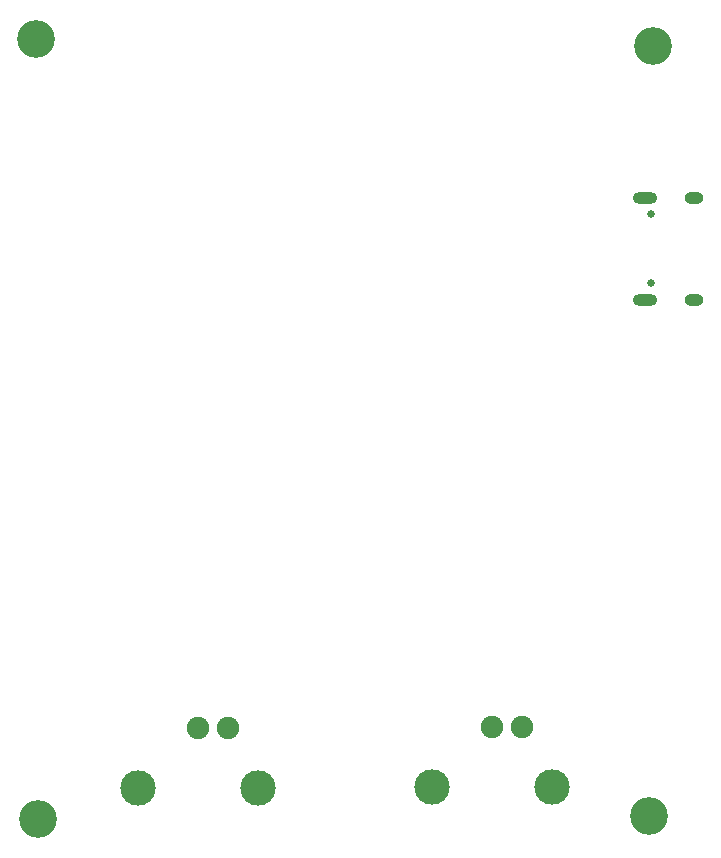
<source format=gbr>
%TF.GenerationSoftware,KiCad,Pcbnew,(6.0.9)*%
%TF.CreationDate,2022-11-20T17:42:04-05:00*%
%TF.ProjectId,Nemesis-MixSigPCB,4e656d65-7369-4732-9d4d-697853696750,rev?*%
%TF.SameCoordinates,Original*%
%TF.FileFunction,Soldermask,Bot*%
%TF.FilePolarity,Negative*%
%FSLAX46Y46*%
G04 Gerber Fmt 4.6, Leading zero omitted, Abs format (unit mm)*
G04 Created by KiCad (PCBNEW (6.0.9)) date 2022-11-20 17:42:04*
%MOMM*%
%LPD*%
G01*
G04 APERTURE LIST*
%ADD10C,3.200000*%
%ADD11C,1.900000*%
%ADD12C,3.000000*%
%ADD13C,0.650000*%
%ADD14O,1.600000X1.000000*%
%ADD15O,2.100000X1.000000*%
G04 APERTURE END LIST*
D10*
%TO.C,H1*%
X42400000Y-134800000D03*
%TD*%
%TO.C,H2*%
X94100000Y-134600000D03*
%TD*%
%TO.C,H4*%
X94400000Y-69400000D03*
%TD*%
D11*
%TO.C,J400*%
X80800000Y-127000000D03*
D12*
X75720000Y-132080000D03*
X85880000Y-132080000D03*
D11*
X83340000Y-127000000D03*
%TD*%
D10*
%TO.C,H3*%
X42200000Y-68800000D03*
%TD*%
D13*
%TO.C,J200*%
X94272157Y-83642157D03*
X94272157Y-89422157D03*
D14*
X97922157Y-82212157D03*
D15*
X93742157Y-90852157D03*
D14*
X97922157Y-90852157D03*
D15*
X93742157Y-82212157D03*
%TD*%
D11*
%TO.C,J300*%
X55900000Y-127100000D03*
D12*
X50820000Y-132180000D03*
X60980000Y-132180000D03*
D11*
X58440000Y-127100000D03*
%TD*%
M02*

</source>
